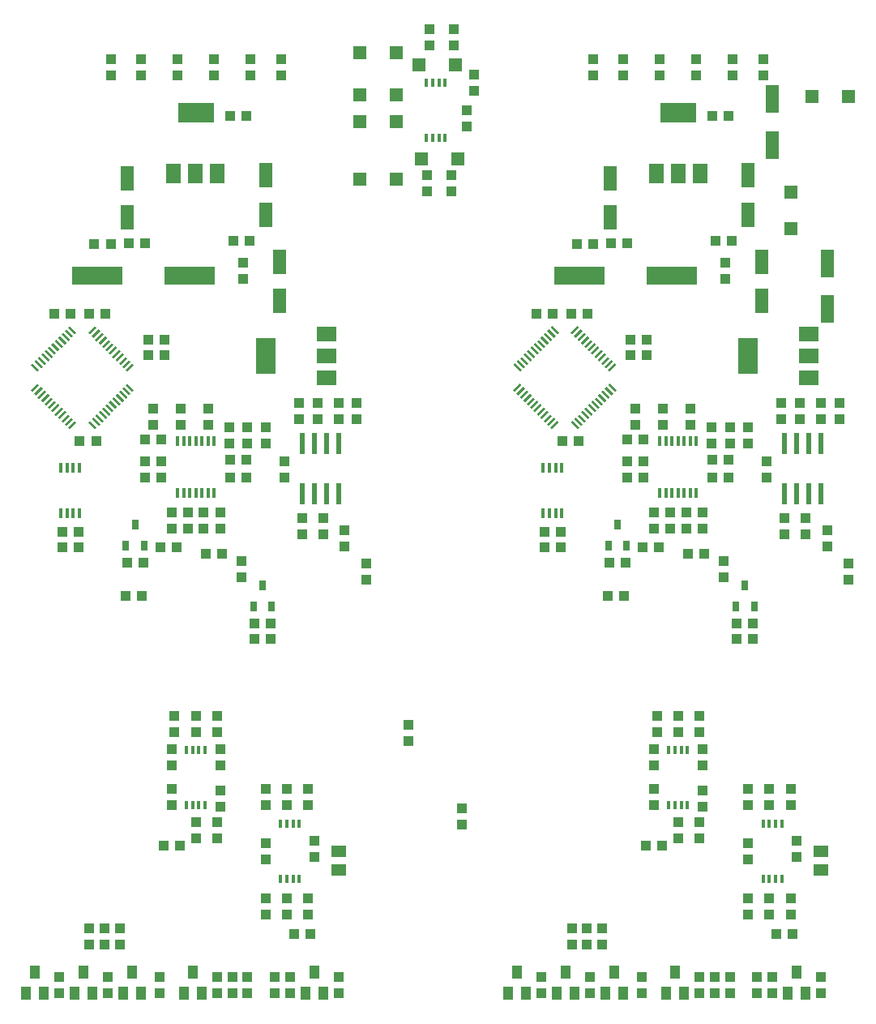
<source format=gbp>
G75*
%MOIN*%
%OFA0B0*%
%FSLAX25Y25*%
%IPPOS*%
%LPD*%
%AMOC8*
5,1,8,0,0,1.08239X$1,22.5*
%
%ADD10R,0.01000X0.03937*%
%ADD11R,0.03937X0.01000*%
%ADD12R,0.21000X0.07600*%
%ADD13R,0.04331X0.03937*%
%ADD14R,0.01200X0.03900*%
%ADD15R,0.03937X0.04331*%
%ADD16R,0.02362X0.08661*%
%ADD17R,0.03937X0.05512*%
%ADD18R,0.02756X0.03937*%
%ADD19R,0.05512X0.10236*%
%ADD20R,0.07900X0.05900*%
%ADD21R,0.07900X0.15000*%
%ADD22R,0.05900X0.07900*%
%ADD23R,0.15000X0.07900*%
%ADD24R,0.01614X0.04016*%
%ADD25R,0.01378X0.03543*%
%ADD26R,0.05906X0.05118*%
%ADD27R,0.05512X0.11811*%
%ADD28R,0.05512X0.05512*%
D10*
G36*
X0026199Y0251743D02*
X0025492Y0252450D01*
X0028275Y0255233D01*
X0028982Y0254526D01*
X0026199Y0251743D01*
G37*
G36*
X0024807Y0253135D02*
X0024100Y0253842D01*
X0026883Y0256625D01*
X0027590Y0255918D01*
X0024807Y0253135D01*
G37*
G36*
X0023415Y0254527D02*
X0022708Y0255234D01*
X0025491Y0258017D01*
X0026198Y0257310D01*
X0023415Y0254527D01*
G37*
G36*
X0022023Y0255919D02*
X0021316Y0256626D01*
X0024099Y0259409D01*
X0024806Y0258702D01*
X0022023Y0255919D01*
G37*
G36*
X0020631Y0257311D02*
X0019924Y0258018D01*
X0022707Y0260801D01*
X0023414Y0260094D01*
X0020631Y0257311D01*
G37*
G36*
X0019239Y0258703D02*
X0018532Y0259410D01*
X0021315Y0262193D01*
X0022022Y0261486D01*
X0019239Y0258703D01*
G37*
G36*
X0017847Y0260094D02*
X0017140Y0260801D01*
X0019923Y0263584D01*
X0020630Y0262877D01*
X0017847Y0260094D01*
G37*
G36*
X0016455Y0261486D02*
X0015748Y0262193D01*
X0018531Y0264976D01*
X0019238Y0264269D01*
X0016455Y0261486D01*
G37*
G36*
X0015063Y0262878D02*
X0014356Y0263585D01*
X0017139Y0266368D01*
X0017846Y0265661D01*
X0015063Y0262878D01*
G37*
G36*
X0013671Y0264270D02*
X0012964Y0264977D01*
X0015747Y0267760D01*
X0016454Y0267053D01*
X0013671Y0264270D01*
G37*
G36*
X0012279Y0265662D02*
X0011572Y0266369D01*
X0014355Y0269152D01*
X0015062Y0268445D01*
X0012279Y0265662D01*
G37*
G36*
X0010887Y0267054D02*
X0010180Y0267761D01*
X0012963Y0270544D01*
X0013670Y0269837D01*
X0010887Y0267054D01*
G37*
G36*
X0034550Y0290717D02*
X0033843Y0291424D01*
X0036626Y0294207D01*
X0037333Y0293500D01*
X0034550Y0290717D01*
G37*
G36*
X0035942Y0289325D02*
X0035235Y0290032D01*
X0038018Y0292815D01*
X0038725Y0292108D01*
X0035942Y0289325D01*
G37*
G36*
X0037334Y0287933D02*
X0036627Y0288640D01*
X0039410Y0291423D01*
X0040117Y0290716D01*
X0037334Y0287933D01*
G37*
G36*
X0038726Y0286541D02*
X0038019Y0287248D01*
X0040802Y0290031D01*
X0041509Y0289324D01*
X0038726Y0286541D01*
G37*
G36*
X0040118Y0285149D02*
X0039411Y0285856D01*
X0042194Y0288639D01*
X0042901Y0287932D01*
X0040118Y0285149D01*
G37*
G36*
X0041510Y0283757D02*
X0040803Y0284464D01*
X0043586Y0287247D01*
X0044293Y0286540D01*
X0041510Y0283757D01*
G37*
G36*
X0042902Y0282366D02*
X0042195Y0283073D01*
X0044978Y0285856D01*
X0045685Y0285149D01*
X0042902Y0282366D01*
G37*
G36*
X0044294Y0280974D02*
X0043587Y0281681D01*
X0046370Y0284464D01*
X0047077Y0283757D01*
X0044294Y0280974D01*
G37*
G36*
X0045686Y0279582D02*
X0044979Y0280289D01*
X0047762Y0283072D01*
X0048469Y0282365D01*
X0045686Y0279582D01*
G37*
G36*
X0047078Y0278190D02*
X0046371Y0278897D01*
X0049154Y0281680D01*
X0049861Y0280973D01*
X0047078Y0278190D01*
G37*
G36*
X0048470Y0276798D02*
X0047763Y0277505D01*
X0050546Y0280288D01*
X0051253Y0279581D01*
X0048470Y0276798D01*
G37*
G36*
X0049862Y0275406D02*
X0049155Y0276113D01*
X0051938Y0278896D01*
X0052645Y0278189D01*
X0049862Y0275406D01*
G37*
G36*
X0209313Y0267054D02*
X0208606Y0267761D01*
X0211389Y0270544D01*
X0212096Y0269837D01*
X0209313Y0267054D01*
G37*
G36*
X0210704Y0265662D02*
X0209997Y0266369D01*
X0212780Y0269152D01*
X0213487Y0268445D01*
X0210704Y0265662D01*
G37*
G36*
X0212096Y0264270D02*
X0211389Y0264977D01*
X0214172Y0267760D01*
X0214879Y0267053D01*
X0212096Y0264270D01*
G37*
G36*
X0213488Y0262878D02*
X0212781Y0263585D01*
X0215564Y0266368D01*
X0216271Y0265661D01*
X0213488Y0262878D01*
G37*
G36*
X0214880Y0261486D02*
X0214173Y0262193D01*
X0216956Y0264976D01*
X0217663Y0264269D01*
X0214880Y0261486D01*
G37*
G36*
X0216272Y0260094D02*
X0215565Y0260801D01*
X0218348Y0263584D01*
X0219055Y0262877D01*
X0216272Y0260094D01*
G37*
G36*
X0217664Y0258703D02*
X0216957Y0259410D01*
X0219740Y0262193D01*
X0220447Y0261486D01*
X0217664Y0258703D01*
G37*
G36*
X0219056Y0257311D02*
X0218349Y0258018D01*
X0221132Y0260801D01*
X0221839Y0260094D01*
X0219056Y0257311D01*
G37*
G36*
X0220448Y0255919D02*
X0219741Y0256626D01*
X0222524Y0259409D01*
X0223231Y0258702D01*
X0220448Y0255919D01*
G37*
G36*
X0221840Y0254527D02*
X0221133Y0255234D01*
X0223916Y0258017D01*
X0224623Y0257310D01*
X0221840Y0254527D01*
G37*
G36*
X0223232Y0253135D02*
X0222525Y0253842D01*
X0225308Y0256625D01*
X0226015Y0255918D01*
X0223232Y0253135D01*
G37*
G36*
X0224624Y0251743D02*
X0223917Y0252450D01*
X0226700Y0255233D01*
X0227407Y0254526D01*
X0224624Y0251743D01*
G37*
G36*
X0246895Y0276798D02*
X0246188Y0277505D01*
X0248971Y0280288D01*
X0249678Y0279581D01*
X0246895Y0276798D01*
G37*
G36*
X0248287Y0275406D02*
X0247580Y0276113D01*
X0250363Y0278896D01*
X0251070Y0278189D01*
X0248287Y0275406D01*
G37*
G36*
X0245503Y0278190D02*
X0244796Y0278897D01*
X0247579Y0281680D01*
X0248286Y0280973D01*
X0245503Y0278190D01*
G37*
G36*
X0244111Y0279582D02*
X0243404Y0280289D01*
X0246187Y0283072D01*
X0246894Y0282365D01*
X0244111Y0279582D01*
G37*
G36*
X0242719Y0280974D02*
X0242012Y0281681D01*
X0244795Y0284464D01*
X0245502Y0283757D01*
X0242719Y0280974D01*
G37*
G36*
X0241327Y0282366D02*
X0240620Y0283073D01*
X0243403Y0285856D01*
X0244110Y0285149D01*
X0241327Y0282366D01*
G37*
G36*
X0239935Y0283757D02*
X0239228Y0284464D01*
X0242011Y0287247D01*
X0242718Y0286540D01*
X0239935Y0283757D01*
G37*
G36*
X0238543Y0285149D02*
X0237836Y0285856D01*
X0240619Y0288639D01*
X0241326Y0287932D01*
X0238543Y0285149D01*
G37*
G36*
X0237151Y0286541D02*
X0236444Y0287248D01*
X0239227Y0290031D01*
X0239934Y0289324D01*
X0237151Y0286541D01*
G37*
G36*
X0235759Y0287933D02*
X0235052Y0288640D01*
X0237835Y0291423D01*
X0238542Y0290716D01*
X0235759Y0287933D01*
G37*
G36*
X0234367Y0289325D02*
X0233660Y0290032D01*
X0236443Y0292815D01*
X0237150Y0292108D01*
X0234367Y0289325D01*
G37*
G36*
X0232976Y0290717D02*
X0232269Y0291424D01*
X0235052Y0294207D01*
X0235759Y0293500D01*
X0232976Y0290717D01*
G37*
D11*
G36*
X0226700Y0290717D02*
X0223917Y0293500D01*
X0224624Y0294207D01*
X0227407Y0291424D01*
X0226700Y0290717D01*
G37*
G36*
X0225308Y0289325D02*
X0222525Y0292108D01*
X0223232Y0292815D01*
X0226015Y0290032D01*
X0225308Y0289325D01*
G37*
G36*
X0223916Y0287933D02*
X0221133Y0290716D01*
X0221840Y0291423D01*
X0224623Y0288640D01*
X0223916Y0287933D01*
G37*
G36*
X0222524Y0286541D02*
X0219741Y0289324D01*
X0220448Y0290031D01*
X0223231Y0287248D01*
X0222524Y0286541D01*
G37*
G36*
X0221132Y0285149D02*
X0218349Y0287932D01*
X0219056Y0288639D01*
X0221839Y0285856D01*
X0221132Y0285149D01*
G37*
G36*
X0219740Y0283757D02*
X0216957Y0286540D01*
X0217664Y0287247D01*
X0220447Y0284464D01*
X0219740Y0283757D01*
G37*
G36*
X0218348Y0282366D02*
X0215565Y0285149D01*
X0216272Y0285856D01*
X0219055Y0283073D01*
X0218348Y0282366D01*
G37*
G36*
X0216956Y0280974D02*
X0214173Y0283757D01*
X0214880Y0284464D01*
X0217663Y0281681D01*
X0216956Y0280974D01*
G37*
G36*
X0215564Y0279582D02*
X0212781Y0282365D01*
X0213488Y0283072D01*
X0216271Y0280289D01*
X0215564Y0279582D01*
G37*
G36*
X0214172Y0278190D02*
X0211389Y0280973D01*
X0212096Y0281680D01*
X0214879Y0278897D01*
X0214172Y0278190D01*
G37*
G36*
X0212780Y0276798D02*
X0209997Y0279581D01*
X0210704Y0280288D01*
X0213487Y0277505D01*
X0212780Y0276798D01*
G37*
G36*
X0211389Y0275406D02*
X0208606Y0278189D01*
X0209313Y0278896D01*
X0212096Y0276113D01*
X0211389Y0275406D01*
G37*
G36*
X0235052Y0251743D02*
X0232269Y0254526D01*
X0232976Y0255233D01*
X0235759Y0252450D01*
X0235052Y0251743D01*
G37*
G36*
X0236443Y0253135D02*
X0233660Y0255918D01*
X0234367Y0256625D01*
X0237150Y0253842D01*
X0236443Y0253135D01*
G37*
G36*
X0237835Y0254527D02*
X0235052Y0257310D01*
X0235759Y0258017D01*
X0238542Y0255234D01*
X0237835Y0254527D01*
G37*
G36*
X0239227Y0255919D02*
X0236444Y0258702D01*
X0237151Y0259409D01*
X0239934Y0256626D01*
X0239227Y0255919D01*
G37*
G36*
X0240619Y0257311D02*
X0237836Y0260094D01*
X0238543Y0260801D01*
X0241326Y0258018D01*
X0240619Y0257311D01*
G37*
G36*
X0242011Y0258703D02*
X0239228Y0261486D01*
X0239935Y0262193D01*
X0242718Y0259410D01*
X0242011Y0258703D01*
G37*
G36*
X0243403Y0260094D02*
X0240620Y0262877D01*
X0241327Y0263584D01*
X0244110Y0260801D01*
X0243403Y0260094D01*
G37*
G36*
X0244795Y0261486D02*
X0242012Y0264269D01*
X0242719Y0264976D01*
X0245502Y0262193D01*
X0244795Y0261486D01*
G37*
G36*
X0246187Y0262878D02*
X0243404Y0265661D01*
X0244111Y0266368D01*
X0246894Y0263585D01*
X0246187Y0262878D01*
G37*
G36*
X0247579Y0264270D02*
X0244796Y0267053D01*
X0245503Y0267760D01*
X0248286Y0264977D01*
X0247579Y0264270D01*
G37*
G36*
X0248971Y0265662D02*
X0246188Y0268445D01*
X0246895Y0269152D01*
X0249678Y0266369D01*
X0248971Y0265662D01*
G37*
G36*
X0250363Y0267054D02*
X0247580Y0269837D01*
X0248287Y0270544D01*
X0251070Y0267761D01*
X0250363Y0267054D01*
G37*
G36*
X0051938Y0267054D02*
X0049155Y0269837D01*
X0049862Y0270544D01*
X0052645Y0267761D01*
X0051938Y0267054D01*
G37*
G36*
X0050546Y0265662D02*
X0047763Y0268445D01*
X0048470Y0269152D01*
X0051253Y0266369D01*
X0050546Y0265662D01*
G37*
G36*
X0049154Y0264270D02*
X0046371Y0267053D01*
X0047078Y0267760D01*
X0049861Y0264977D01*
X0049154Y0264270D01*
G37*
G36*
X0047762Y0262878D02*
X0044979Y0265661D01*
X0045686Y0266368D01*
X0048469Y0263585D01*
X0047762Y0262878D01*
G37*
G36*
X0046370Y0261486D02*
X0043587Y0264269D01*
X0044294Y0264976D01*
X0047077Y0262193D01*
X0046370Y0261486D01*
G37*
G36*
X0044978Y0260094D02*
X0042195Y0262877D01*
X0042902Y0263584D01*
X0045685Y0260801D01*
X0044978Y0260094D01*
G37*
G36*
X0043586Y0258703D02*
X0040803Y0261486D01*
X0041510Y0262193D01*
X0044293Y0259410D01*
X0043586Y0258703D01*
G37*
G36*
X0042194Y0257311D02*
X0039411Y0260094D01*
X0040118Y0260801D01*
X0042901Y0258018D01*
X0042194Y0257311D01*
G37*
G36*
X0040802Y0255919D02*
X0038019Y0258702D01*
X0038726Y0259409D01*
X0041509Y0256626D01*
X0040802Y0255919D01*
G37*
G36*
X0039410Y0254527D02*
X0036627Y0257310D01*
X0037334Y0258017D01*
X0040117Y0255234D01*
X0039410Y0254527D01*
G37*
G36*
X0038018Y0253135D02*
X0035235Y0255918D01*
X0035942Y0256625D01*
X0038725Y0253842D01*
X0038018Y0253135D01*
G37*
G36*
X0036626Y0251743D02*
X0033843Y0254526D01*
X0034550Y0255233D01*
X0037333Y0252450D01*
X0036626Y0251743D01*
G37*
G36*
X0015747Y0278190D02*
X0012964Y0280973D01*
X0013671Y0281680D01*
X0016454Y0278897D01*
X0015747Y0278190D01*
G37*
G36*
X0014355Y0276798D02*
X0011572Y0279581D01*
X0012279Y0280288D01*
X0015062Y0277505D01*
X0014355Y0276798D01*
G37*
G36*
X0012963Y0275406D02*
X0010180Y0278189D01*
X0010887Y0278896D01*
X0013670Y0276113D01*
X0012963Y0275406D01*
G37*
G36*
X0017139Y0279582D02*
X0014356Y0282365D01*
X0015063Y0283072D01*
X0017846Y0280289D01*
X0017139Y0279582D01*
G37*
G36*
X0018531Y0280974D02*
X0015748Y0283757D01*
X0016455Y0284464D01*
X0019238Y0281681D01*
X0018531Y0280974D01*
G37*
G36*
X0019923Y0282366D02*
X0017140Y0285149D01*
X0017847Y0285856D01*
X0020630Y0283073D01*
X0019923Y0282366D01*
G37*
G36*
X0021315Y0283757D02*
X0018532Y0286540D01*
X0019239Y0287247D01*
X0022022Y0284464D01*
X0021315Y0283757D01*
G37*
G36*
X0022707Y0285149D02*
X0019924Y0287932D01*
X0020631Y0288639D01*
X0023414Y0285856D01*
X0022707Y0285149D01*
G37*
G36*
X0024099Y0286541D02*
X0021316Y0289324D01*
X0022023Y0290031D01*
X0024806Y0287248D01*
X0024099Y0286541D01*
G37*
G36*
X0025491Y0287933D02*
X0022708Y0290716D01*
X0023415Y0291423D01*
X0026198Y0288640D01*
X0025491Y0287933D01*
G37*
G36*
X0026883Y0289325D02*
X0024100Y0292108D01*
X0024807Y0292815D01*
X0027590Y0290032D01*
X0026883Y0289325D01*
G37*
G36*
X0028275Y0290717D02*
X0025492Y0293500D01*
X0026199Y0294207D01*
X0028982Y0291424D01*
X0028275Y0290717D01*
G37*
D12*
X0037394Y0314710D03*
X0075394Y0314710D03*
X0235819Y0314710D03*
X0273819Y0314710D03*
D13*
X0255668Y0328060D03*
X0248975Y0328060D03*
X0241451Y0327981D03*
X0234758Y0327981D03*
X0232504Y0299300D03*
X0239197Y0299300D03*
X0224822Y0299300D03*
X0218129Y0299300D03*
X0256879Y0288488D03*
X0256879Y0282051D03*
X0263572Y0282051D03*
X0263572Y0288488D03*
X0258975Y0260146D03*
X0258975Y0253454D03*
X0255629Y0247425D03*
X0262322Y0247425D03*
X0270225Y0253454D03*
X0270225Y0260146D03*
X0281475Y0260146D03*
X0281475Y0253454D03*
X0297725Y0252646D03*
X0297725Y0245954D03*
X0305225Y0245954D03*
X0305225Y0252646D03*
X0297322Y0231800D03*
X0290629Y0231800D03*
X0279725Y0217646D03*
X0273225Y0217646D03*
X0266475Y0217646D03*
X0266475Y0210954D03*
X0273225Y0210954D03*
X0279725Y0210954D03*
X0295225Y0197646D03*
X0295225Y0190954D03*
X0300629Y0171800D03*
X0307322Y0171800D03*
X0328975Y0208454D03*
X0328975Y0215146D03*
X0337725Y0210146D03*
X0337725Y0203454D03*
X0346475Y0196396D03*
X0346475Y0189704D03*
X0342725Y0255954D03*
X0342725Y0262646D03*
X0335225Y0262646D03*
X0335225Y0255954D03*
X0326475Y0255954D03*
X0326475Y0262646D03*
X0262322Y0231800D03*
X0255629Y0231800D03*
X0235447Y0246800D03*
X0228754Y0246800D03*
X0228129Y0209605D03*
X0228129Y0203355D03*
X0221436Y0203355D03*
X0221436Y0209605D03*
X0248129Y0196800D03*
X0254822Y0196800D03*
X0267725Y0133896D03*
X0267725Y0127204D03*
X0266475Y0120146D03*
X0266475Y0113454D03*
X0276475Y0127204D03*
X0276475Y0133896D03*
X0285225Y0133896D03*
X0285225Y0127204D03*
X0313975Y0103896D03*
X0313975Y0097204D03*
X0322725Y0097204D03*
X0322725Y0103896D03*
X0285225Y0090146D03*
X0285225Y0083454D03*
X0313975Y0058896D03*
X0313975Y0052204D03*
X0322725Y0052204D03*
X0322725Y0058896D03*
X0315225Y0026396D03*
X0308975Y0026396D03*
X0308975Y0019704D03*
X0315225Y0019704D03*
X0297725Y0019704D03*
X0291475Y0019704D03*
X0285225Y0019704D03*
X0285225Y0026396D03*
X0291475Y0026396D03*
X0297725Y0026396D03*
X0261475Y0026396D03*
X0261475Y0019704D03*
X0245225Y0039704D03*
X0245225Y0046396D03*
X0238975Y0046396D03*
X0238975Y0039704D03*
X0232725Y0039704D03*
X0232725Y0046396D03*
X0240225Y0026396D03*
X0240225Y0019704D03*
X0220225Y0019704D03*
X0220225Y0026396D03*
X0187617Y0089182D03*
X0187617Y0095875D03*
X0165589Y0123591D03*
X0165589Y0130284D03*
X0124300Y0103896D03*
X0124300Y0097204D03*
X0115550Y0097204D03*
X0115550Y0103896D03*
X0086800Y0090146D03*
X0086800Y0083454D03*
X0068050Y0113454D03*
X0068050Y0120146D03*
X0069300Y0127204D03*
X0069300Y0133896D03*
X0078050Y0133896D03*
X0078050Y0127204D03*
X0086800Y0127204D03*
X0086800Y0133896D03*
X0102204Y0171800D03*
X0108896Y0171800D03*
X0096800Y0190954D03*
X0096800Y0197646D03*
X0081300Y0210954D03*
X0074800Y0210954D03*
X0074800Y0217646D03*
X0081300Y0217646D03*
X0068050Y0217646D03*
X0068050Y0210954D03*
X0056396Y0196800D03*
X0049704Y0196800D03*
X0029704Y0203355D03*
X0029704Y0209605D03*
X0023011Y0209605D03*
X0023011Y0203355D03*
X0030329Y0246800D03*
X0037021Y0246800D03*
X0057204Y0247425D03*
X0060550Y0253454D03*
X0060550Y0260146D03*
X0063896Y0247425D03*
X0071800Y0253454D03*
X0071800Y0260146D03*
X0083050Y0260146D03*
X0083050Y0253454D03*
X0099300Y0252646D03*
X0099300Y0245954D03*
X0106800Y0245954D03*
X0106800Y0252646D03*
X0098896Y0231800D03*
X0092204Y0231800D03*
X0063896Y0231800D03*
X0057204Y0231800D03*
X0058454Y0282051D03*
X0058454Y0288488D03*
X0065146Y0288488D03*
X0065146Y0282051D03*
X0040771Y0299300D03*
X0034079Y0299300D03*
X0026396Y0299300D03*
X0019704Y0299300D03*
X0036332Y0327981D03*
X0043025Y0327981D03*
X0050550Y0328060D03*
X0057243Y0328060D03*
X0092204Y0380550D03*
X0098896Y0380550D03*
X0100550Y0397204D03*
X0100550Y0403896D03*
X0113050Y0403896D03*
X0113050Y0397204D03*
X0085550Y0397204D03*
X0085550Y0403896D03*
X0070550Y0403896D03*
X0070550Y0397204D03*
X0055550Y0397204D03*
X0055550Y0403896D03*
X0043050Y0403896D03*
X0043050Y0397204D03*
X0128050Y0262646D03*
X0128050Y0255954D03*
X0136800Y0255954D03*
X0136800Y0262646D03*
X0144300Y0262646D03*
X0144300Y0255954D03*
X0130550Y0215146D03*
X0130550Y0208454D03*
X0139300Y0210146D03*
X0139300Y0203454D03*
X0148050Y0196396D03*
X0148050Y0189704D03*
X0124300Y0058896D03*
X0124300Y0052204D03*
X0115550Y0052204D03*
X0115550Y0058896D03*
X0116800Y0026396D03*
X0110550Y0026396D03*
X0110550Y0019704D03*
X0116800Y0019704D03*
X0099300Y0019704D03*
X0093050Y0019704D03*
X0086800Y0019704D03*
X0086800Y0026396D03*
X0093050Y0026396D03*
X0099300Y0026396D03*
X0063050Y0026396D03*
X0063050Y0019704D03*
X0046800Y0039704D03*
X0046800Y0046396D03*
X0040550Y0046396D03*
X0040550Y0039704D03*
X0034300Y0039704D03*
X0034300Y0046396D03*
X0041800Y0026396D03*
X0041800Y0019704D03*
X0021800Y0019704D03*
X0021800Y0026396D03*
X0136800Y0026396D03*
X0136800Y0019704D03*
X0335225Y0019704D03*
X0335225Y0026396D03*
X0183011Y0349438D03*
X0183011Y0356131D03*
X0173011Y0356131D03*
X0173011Y0349438D03*
X0174261Y0409438D03*
X0174261Y0416131D03*
X0184261Y0416131D03*
X0184261Y0409438D03*
X0241475Y0403896D03*
X0241475Y0397204D03*
X0253975Y0397204D03*
X0253975Y0403896D03*
X0268975Y0403896D03*
X0268975Y0397204D03*
X0283975Y0397204D03*
X0283975Y0403896D03*
X0298975Y0403896D03*
X0298975Y0397204D03*
X0311475Y0397204D03*
X0311475Y0403896D03*
X0297322Y0380550D03*
X0290629Y0380550D03*
D14*
X0283975Y0246880D03*
X0281475Y0246880D03*
X0278975Y0246880D03*
X0276475Y0246880D03*
X0273975Y0246880D03*
X0271475Y0246880D03*
X0268975Y0246880D03*
X0268975Y0225480D03*
X0271475Y0225480D03*
X0273975Y0225480D03*
X0276475Y0225480D03*
X0278975Y0225480D03*
X0281475Y0225480D03*
X0283975Y0225480D03*
X0085550Y0225480D03*
X0083050Y0225480D03*
X0080550Y0225480D03*
X0078050Y0225480D03*
X0075550Y0225480D03*
X0073050Y0225480D03*
X0070550Y0225480D03*
X0070550Y0246880D03*
X0073050Y0246880D03*
X0075550Y0246880D03*
X0078050Y0246880D03*
X0080550Y0246880D03*
X0083050Y0246880D03*
X0085550Y0246880D03*
D15*
X0091800Y0245954D03*
X0092204Y0239300D03*
X0098896Y0239300D03*
X0091800Y0252646D03*
X0114461Y0238533D03*
X0114461Y0231841D03*
X0121800Y0215146D03*
X0121800Y0208454D03*
X0088896Y0200550D03*
X0082204Y0200550D03*
X0088050Y0210954D03*
X0088050Y0217646D03*
X0070146Y0203050D03*
X0063454Y0203050D03*
X0055776Y0183050D03*
X0049083Y0183050D03*
X0057204Y0238670D03*
X0063896Y0238670D03*
X0120550Y0255954D03*
X0120550Y0262646D03*
X0097381Y0313660D03*
X0097381Y0320353D03*
X0100146Y0329300D03*
X0093454Y0329300D03*
X0189467Y0376150D03*
X0189467Y0382843D03*
X0192617Y0390747D03*
X0192617Y0397440D03*
X0291879Y0329300D03*
X0298572Y0329300D03*
X0295806Y0320353D03*
X0295806Y0313660D03*
X0318975Y0262646D03*
X0318975Y0255954D03*
X0312886Y0238533D03*
X0312886Y0231841D03*
X0320225Y0215146D03*
X0320225Y0208454D03*
X0297322Y0239300D03*
X0290629Y0239300D03*
X0290225Y0245954D03*
X0290225Y0252646D03*
X0262322Y0238670D03*
X0255629Y0238670D03*
X0261879Y0203050D03*
X0268572Y0203050D03*
X0280629Y0200550D03*
X0287322Y0200550D03*
X0286475Y0210954D03*
X0286475Y0217646D03*
X0254202Y0183050D03*
X0247509Y0183050D03*
X0286475Y0120146D03*
X0286475Y0113454D03*
X0286475Y0103276D03*
X0286475Y0096583D03*
X0276475Y0090146D03*
X0276475Y0083454D03*
X0269822Y0080550D03*
X0263129Y0080550D03*
X0266475Y0097204D03*
X0266475Y0103896D03*
X0305225Y0103896D03*
X0305225Y0097204D03*
X0305225Y0081396D03*
X0305225Y0074704D03*
X0305225Y0058896D03*
X0305225Y0052204D03*
X0316879Y0044300D03*
X0323572Y0044300D03*
X0325225Y0075954D03*
X0325225Y0082646D03*
X0307322Y0165550D03*
X0300629Y0165550D03*
X0126800Y0082646D03*
X0126800Y0075954D03*
X0106800Y0074704D03*
X0106800Y0081396D03*
X0106800Y0097204D03*
X0106800Y0103896D03*
X0088050Y0103276D03*
X0088050Y0096583D03*
X0078050Y0090146D03*
X0078050Y0083454D03*
X0071396Y0080550D03*
X0064704Y0080550D03*
X0068050Y0097204D03*
X0068050Y0103896D03*
X0088050Y0113454D03*
X0088050Y0120146D03*
X0102204Y0165550D03*
X0108896Y0165550D03*
X0106800Y0058896D03*
X0106800Y0052204D03*
X0118454Y0044300D03*
X0125146Y0044300D03*
D16*
X0126800Y0225314D03*
X0121800Y0225314D03*
X0131800Y0225314D03*
X0136800Y0225314D03*
X0136800Y0245786D03*
X0131800Y0245786D03*
X0126800Y0245786D03*
X0121800Y0245786D03*
X0320225Y0245786D03*
X0325225Y0245786D03*
X0330225Y0245786D03*
X0335225Y0245786D03*
X0335225Y0225314D03*
X0330225Y0225314D03*
X0325225Y0225314D03*
X0320225Y0225314D03*
D17*
X0008060Y0019969D03*
X0015540Y0019969D03*
X0011800Y0028631D03*
X0028060Y0019969D03*
X0031800Y0028631D03*
X0035540Y0019969D03*
X0048060Y0019969D03*
X0055540Y0019969D03*
X0051800Y0028631D03*
X0073060Y0019969D03*
X0080540Y0019969D03*
X0076800Y0028631D03*
X0123060Y0019969D03*
X0130540Y0019969D03*
X0126800Y0028631D03*
X0206485Y0019969D03*
X0213965Y0019969D03*
X0210225Y0028631D03*
X0226485Y0019969D03*
X0233965Y0019969D03*
X0230225Y0028631D03*
X0246485Y0019969D03*
X0253965Y0019969D03*
X0250225Y0028631D03*
X0271485Y0019969D03*
X0278965Y0019969D03*
X0275225Y0028631D03*
X0321485Y0019969D03*
X0328965Y0019969D03*
X0325225Y0028631D03*
D18*
X0307715Y0178719D03*
X0300235Y0178719D03*
X0303975Y0187381D03*
X0255215Y0203719D03*
X0247735Y0203719D03*
X0251475Y0212381D03*
X0109290Y0178719D03*
X0101810Y0178719D03*
X0105550Y0187381D03*
X0056790Y0203719D03*
X0053050Y0212381D03*
X0049310Y0203719D03*
D19*
X0112426Y0304479D03*
X0112426Y0320621D03*
X0106800Y0339979D03*
X0106800Y0356121D03*
X0049925Y0354871D03*
X0049925Y0338729D03*
X0248350Y0338729D03*
X0248350Y0354871D03*
X0305225Y0356121D03*
X0305225Y0339979D03*
X0310851Y0320621D03*
X0310851Y0304479D03*
D20*
X0330125Y0290700D03*
X0330125Y0281700D03*
X0330125Y0272700D03*
X0131700Y0272700D03*
X0131700Y0281700D03*
X0131700Y0290700D03*
D21*
X0106900Y0281800D03*
X0305325Y0281800D03*
D22*
X0285375Y0356900D03*
X0276375Y0356900D03*
X0267375Y0356900D03*
X0086950Y0356900D03*
X0077950Y0356900D03*
X0068950Y0356900D03*
D23*
X0078050Y0381700D03*
X0276475Y0381700D03*
D24*
X0228621Y0235929D03*
X0226062Y0235929D03*
X0223503Y0235929D03*
X0220944Y0235929D03*
X0220944Y0217031D03*
X0223503Y0217031D03*
X0226062Y0217031D03*
X0228621Y0217031D03*
X0030196Y0217031D03*
X0027637Y0217031D03*
X0025078Y0217031D03*
X0022519Y0217031D03*
X0022519Y0235929D03*
X0025078Y0235929D03*
X0027637Y0235929D03*
X0030196Y0235929D03*
D25*
X0074211Y0119989D03*
X0076770Y0119989D03*
X0079330Y0119989D03*
X0081889Y0119989D03*
X0081889Y0097351D03*
X0079330Y0097351D03*
X0076770Y0097351D03*
X0074211Y0097351D03*
X0112961Y0089369D03*
X0115520Y0089369D03*
X0118080Y0089369D03*
X0120639Y0089369D03*
X0120639Y0066731D03*
X0118080Y0066731D03*
X0115520Y0066731D03*
X0112961Y0066731D03*
X0272637Y0097351D03*
X0275196Y0097351D03*
X0277755Y0097351D03*
X0280314Y0097351D03*
X0280314Y0119989D03*
X0277755Y0119989D03*
X0275196Y0119989D03*
X0272637Y0119989D03*
X0311387Y0089369D03*
X0313946Y0089369D03*
X0316505Y0089369D03*
X0319064Y0089369D03*
X0319064Y0066731D03*
X0316505Y0066731D03*
X0313946Y0066731D03*
X0311387Y0066731D03*
X0180599Y0371465D03*
X0178040Y0371465D03*
X0175481Y0371465D03*
X0172922Y0371465D03*
X0172922Y0394103D03*
X0175481Y0394103D03*
X0178040Y0394103D03*
X0180599Y0394103D03*
D26*
X0136800Y0078040D03*
X0136800Y0070560D03*
X0335225Y0070560D03*
X0335225Y0078040D03*
D27*
X0337725Y0301101D03*
X0337725Y0319999D03*
X0315225Y0368601D03*
X0315225Y0387499D03*
D28*
X0331495Y0388675D03*
X0346456Y0388675D03*
X0322725Y0349280D03*
X0322725Y0334320D03*
X0185791Y0362784D03*
X0170830Y0362784D03*
X0160491Y0354585D03*
X0145530Y0354585D03*
X0145530Y0378109D03*
X0145530Y0389034D03*
X0160491Y0389034D03*
X0160491Y0378109D03*
X0169906Y0401534D03*
X0160491Y0406652D03*
X0145530Y0406652D03*
X0184866Y0401534D03*
M02*

</source>
